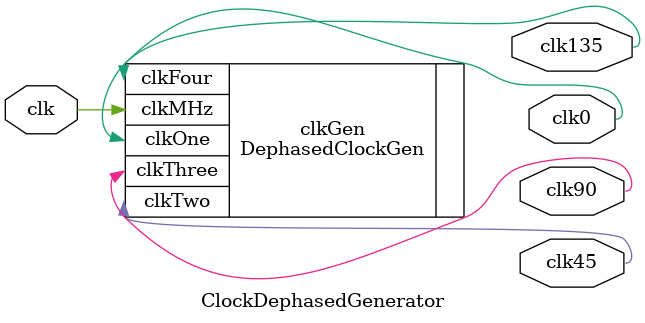
<source format=sv>
 /*
    Author : Thomas Labbé
    Project : Sigma Delta DAQ
    
    Universite de Sherbrooke, 2021
*/

module ClockDephasedGenerator #(parameter 
                                    period_ps=12,
                                    DELAY_CLK90=period_ps/4,
                                    DELAY_CLK180=period_ps/2,
                                    DELAY_CLK270=DELAY_CLK90 + DELAY_CLK180)(
    input clk,
    output logic clk0,
    output logic clk45,
    output logic clk90,
    output logic clk135
    )/* synthesis syn_noprune = 1 */;
    logic clk_r;
    generate
    `ifndef LIBERO
        //Generate 4 clocks using a primitive. See the smartDesign named DephasedClockGen
        DephasedClockGen clkGen(.clkMHz(clk), .clkOne(clk0), .clkTwo(clk45), .clkThree(clk90), .clkFour(clk135));
    `else
        // Only for sims with Cadence. Doesn't work for verilator. 
        #(DELAY_CLK90)(clk, clk90);
        #(DELAY_CLK180)(clk, clk180);
        #(DELAY_CLK270)(clk, clk270);
    `endif
            
    endgenerate;
endmodule
</source>
